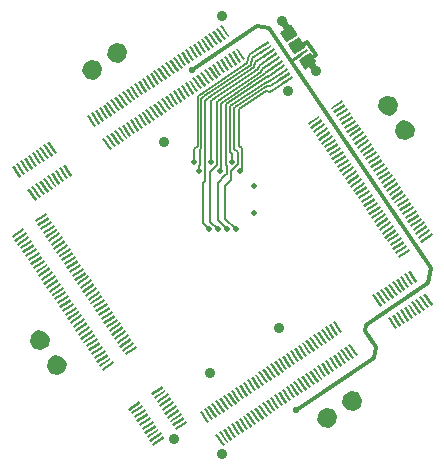
<source format=gbl>
G75*
%MOIN*%
%OFA0B0*%
%FSLAX24Y24*%
%IPPOS*%
%LPD*%
%AMOC8*
5,1,8,0,0,1.08239X$1,22.5*
%
%ADD10R,0.0079X0.0449*%
%ADD11C,0.0126*%
%ADD12C,0.0060*%
%ADD13C,0.0120*%
%ADD14C,0.0354*%
%ADD15C,0.0240*%
%ADD16C,0.0198*%
%ADD17C,0.0200*%
%ADD18C,0.0100*%
%ADD19C,0.0210*%
D10*
G36*
X005092Y004777D02*
X005048Y004842D01*
X005418Y005091D01*
X005462Y005026D01*
X005092Y004777D01*
G37*
G36*
X005004Y004908D02*
X004960Y004973D01*
X005330Y005222D01*
X005374Y005157D01*
X005004Y004908D01*
G37*
G36*
X004916Y005038D02*
X004872Y005103D01*
X005242Y005352D01*
X005286Y005287D01*
X004916Y005038D01*
G37*
G36*
X004828Y005169D02*
X004784Y005234D01*
X005154Y005483D01*
X005198Y005418D01*
X004828Y005169D01*
G37*
G36*
X004740Y005299D02*
X004696Y005364D01*
X005066Y005613D01*
X005110Y005548D01*
X004740Y005299D01*
G37*
G36*
X004652Y005430D02*
X004608Y005495D01*
X004978Y005744D01*
X005022Y005679D01*
X004652Y005430D01*
G37*
G36*
X004563Y005560D02*
X004519Y005625D01*
X004889Y005874D01*
X004933Y005809D01*
X004563Y005560D01*
G37*
G36*
X004475Y005691D02*
X004431Y005756D01*
X004801Y006005D01*
X004845Y005940D01*
X004475Y005691D01*
G37*
G36*
X004387Y005822D02*
X004343Y005887D01*
X004713Y006136D01*
X004757Y006071D01*
X004387Y005822D01*
G37*
G36*
X004299Y005952D02*
X004255Y006017D01*
X004625Y006266D01*
X004669Y006201D01*
X004299Y005952D01*
G37*
G36*
X004211Y006083D02*
X004167Y006148D01*
X004537Y006397D01*
X004581Y006332D01*
X004211Y006083D01*
G37*
G36*
X004123Y006213D02*
X004079Y006278D01*
X004449Y006527D01*
X004493Y006462D01*
X004123Y006213D01*
G37*
G36*
X004035Y006344D02*
X003991Y006409D01*
X004361Y006658D01*
X004405Y006593D01*
X004035Y006344D01*
G37*
G36*
X003947Y006474D02*
X003903Y006539D01*
X004273Y006788D01*
X004317Y006723D01*
X003947Y006474D01*
G37*
G36*
X003859Y006605D02*
X003815Y006670D01*
X004185Y006919D01*
X004229Y006854D01*
X003859Y006605D01*
G37*
G36*
X003771Y006735D02*
X003727Y006800D01*
X004097Y007049D01*
X004141Y006984D01*
X003771Y006735D01*
G37*
G36*
X003683Y006866D02*
X003639Y006931D01*
X004009Y007180D01*
X004053Y007115D01*
X003683Y006866D01*
G37*
G36*
X003595Y006997D02*
X003551Y007062D01*
X003921Y007311D01*
X003965Y007246D01*
X003595Y006997D01*
G37*
G36*
X003507Y007127D02*
X003463Y007192D01*
X003833Y007441D01*
X003877Y007376D01*
X003507Y007127D01*
G37*
G36*
X003419Y007258D02*
X003375Y007323D01*
X003745Y007572D01*
X003789Y007507D01*
X003419Y007258D01*
G37*
G36*
X003331Y007388D02*
X003287Y007453D01*
X003657Y007702D01*
X003701Y007637D01*
X003331Y007388D01*
G37*
G36*
X003243Y007519D02*
X003199Y007584D01*
X003569Y007833D01*
X003613Y007768D01*
X003243Y007519D01*
G37*
G36*
X003154Y007649D02*
X003110Y007714D01*
X003480Y007963D01*
X003524Y007898D01*
X003154Y007649D01*
G37*
G36*
X003066Y007780D02*
X003022Y007845D01*
X003392Y008094D01*
X003436Y008029D01*
X003066Y007780D01*
G37*
G36*
X002978Y007910D02*
X002934Y007975D01*
X003304Y008224D01*
X003348Y008159D01*
X002978Y007910D01*
G37*
G36*
X002890Y008041D02*
X002846Y008106D01*
X003216Y008355D01*
X003260Y008290D01*
X002890Y008041D01*
G37*
G36*
X002802Y008172D02*
X002758Y008237D01*
X003128Y008486D01*
X003172Y008421D01*
X002802Y008172D01*
G37*
G36*
X002714Y008302D02*
X002670Y008367D01*
X003040Y008616D01*
X003084Y008551D01*
X002714Y008302D01*
G37*
G36*
X002626Y008433D02*
X002582Y008498D01*
X002952Y008747D01*
X002996Y008682D01*
X002626Y008433D01*
G37*
G36*
X002538Y008563D02*
X002494Y008628D01*
X002864Y008877D01*
X002908Y008812D01*
X002538Y008563D01*
G37*
G36*
X002450Y008694D02*
X002406Y008759D01*
X002776Y009008D01*
X002820Y008943D01*
X002450Y008694D01*
G37*
G36*
X002362Y008824D02*
X002318Y008889D01*
X002688Y009138D01*
X002732Y009073D01*
X002362Y008824D01*
G37*
G36*
X002274Y008955D02*
X002230Y009020D01*
X002600Y009269D01*
X002644Y009204D01*
X002274Y008955D01*
G37*
G36*
X002186Y009085D02*
X002142Y009150D01*
X002512Y009399D01*
X002556Y009334D01*
X002186Y009085D01*
G37*
G36*
X003276Y009915D02*
X003320Y009850D01*
X002950Y009601D01*
X002906Y009666D01*
X003276Y009915D01*
G37*
G36*
X003364Y009784D02*
X003408Y009719D01*
X003038Y009470D01*
X002994Y009535D01*
X003364Y009784D01*
G37*
G36*
X003452Y009654D02*
X003496Y009589D01*
X003126Y009340D01*
X003082Y009405D01*
X003452Y009654D01*
G37*
G36*
X003540Y009523D02*
X003584Y009458D01*
X003214Y009209D01*
X003170Y009274D01*
X003540Y009523D01*
G37*
G36*
X003628Y009392D02*
X003672Y009327D01*
X003302Y009078D01*
X003258Y009143D01*
X003628Y009392D01*
G37*
G36*
X003716Y009262D02*
X003760Y009197D01*
X003390Y008948D01*
X003346Y009013D01*
X003716Y009262D01*
G37*
G36*
X003804Y009131D02*
X003848Y009066D01*
X003478Y008817D01*
X003434Y008882D01*
X003804Y009131D01*
G37*
G36*
X003892Y009001D02*
X003936Y008936D01*
X003566Y008687D01*
X003522Y008752D01*
X003892Y009001D01*
G37*
G36*
X003980Y008870D02*
X004024Y008805D01*
X003654Y008556D01*
X003610Y008621D01*
X003980Y008870D01*
G37*
G36*
X004068Y008740D02*
X004112Y008675D01*
X003742Y008426D01*
X003698Y008491D01*
X004068Y008740D01*
G37*
G36*
X004156Y008609D02*
X004200Y008544D01*
X003830Y008295D01*
X003786Y008360D01*
X004156Y008609D01*
G37*
G36*
X004244Y008479D02*
X004288Y008414D01*
X003918Y008165D01*
X003874Y008230D01*
X004244Y008479D01*
G37*
G36*
X004332Y008348D02*
X004376Y008283D01*
X004006Y008034D01*
X003962Y008099D01*
X004332Y008348D01*
G37*
G36*
X004420Y008217D02*
X004464Y008152D01*
X004094Y007903D01*
X004050Y007968D01*
X004420Y008217D01*
G37*
G36*
X004508Y008087D02*
X004552Y008022D01*
X004182Y007773D01*
X004138Y007838D01*
X004508Y008087D01*
G37*
G36*
X004596Y007956D02*
X004640Y007891D01*
X004270Y007642D01*
X004226Y007707D01*
X004596Y007956D01*
G37*
G36*
X004685Y007826D02*
X004729Y007761D01*
X004359Y007512D01*
X004315Y007577D01*
X004685Y007826D01*
G37*
G36*
X004773Y007695D02*
X004817Y007630D01*
X004447Y007381D01*
X004403Y007446D01*
X004773Y007695D01*
G37*
G36*
X004861Y007565D02*
X004905Y007500D01*
X004535Y007251D01*
X004491Y007316D01*
X004861Y007565D01*
G37*
G36*
X004949Y007434D02*
X004993Y007369D01*
X004623Y007120D01*
X004579Y007185D01*
X004949Y007434D01*
G37*
G36*
X005037Y007303D02*
X005081Y007238D01*
X004711Y006989D01*
X004667Y007054D01*
X005037Y007303D01*
G37*
G36*
X005125Y007173D02*
X005169Y007108D01*
X004799Y006859D01*
X004755Y006924D01*
X005125Y007173D01*
G37*
G36*
X005213Y007042D02*
X005257Y006977D01*
X004887Y006728D01*
X004843Y006793D01*
X005213Y007042D01*
G37*
G36*
X005301Y006912D02*
X005345Y006847D01*
X004975Y006598D01*
X004931Y006663D01*
X005301Y006912D01*
G37*
G36*
X005389Y006781D02*
X005433Y006716D01*
X005063Y006467D01*
X005019Y006532D01*
X005389Y006781D01*
G37*
G36*
X005477Y006651D02*
X005521Y006586D01*
X005151Y006337D01*
X005107Y006402D01*
X005477Y006651D01*
G37*
G36*
X005565Y006520D02*
X005609Y006455D01*
X005239Y006206D01*
X005195Y006271D01*
X005565Y006520D01*
G37*
G36*
X005653Y006390D02*
X005697Y006325D01*
X005327Y006076D01*
X005283Y006141D01*
X005653Y006390D01*
G37*
G36*
X005741Y006259D02*
X005785Y006194D01*
X005415Y005945D01*
X005371Y006010D01*
X005741Y006259D01*
G37*
G36*
X005829Y006128D02*
X005873Y006063D01*
X005503Y005814D01*
X005459Y005879D01*
X005829Y006128D01*
G37*
G36*
X005917Y005998D02*
X005961Y005933D01*
X005591Y005684D01*
X005547Y005749D01*
X005917Y005998D01*
G37*
G36*
X006005Y005867D02*
X006049Y005802D01*
X005679Y005553D01*
X005635Y005618D01*
X006005Y005867D01*
G37*
G36*
X006094Y005737D02*
X006138Y005672D01*
X005768Y005423D01*
X005724Y005488D01*
X006094Y005737D01*
G37*
G36*
X006182Y005606D02*
X006226Y005541D01*
X005856Y005292D01*
X005812Y005357D01*
X006182Y005606D01*
G37*
G36*
X006270Y005476D02*
X006314Y005411D01*
X005944Y005162D01*
X005900Y005227D01*
X006270Y005476D01*
G37*
G36*
X005180Y004647D02*
X005136Y004712D01*
X005506Y004961D01*
X005550Y004896D01*
X005180Y004647D01*
G37*
G36*
X006071Y003325D02*
X006027Y003390D01*
X006397Y003639D01*
X006441Y003574D01*
X006071Y003325D01*
G37*
G36*
X006159Y003194D02*
X006115Y003259D01*
X006485Y003508D01*
X006529Y003443D01*
X006159Y003194D01*
G37*
G36*
X006247Y003064D02*
X006203Y003129D01*
X006573Y003378D01*
X006617Y003313D01*
X006247Y003064D01*
G37*
G36*
X006336Y002933D02*
X006292Y002998D01*
X006662Y003247D01*
X006706Y003182D01*
X006336Y002933D01*
G37*
G36*
X006424Y002803D02*
X006380Y002868D01*
X006750Y003117D01*
X006794Y003052D01*
X006424Y002803D01*
G37*
G36*
X006512Y002672D02*
X006468Y002737D01*
X006838Y002986D01*
X006882Y002921D01*
X006512Y002672D01*
G37*
G36*
X006600Y002542D02*
X006556Y002607D01*
X006926Y002856D01*
X006970Y002791D01*
X006600Y002542D01*
G37*
G36*
X006688Y002411D02*
X006644Y002476D01*
X007014Y002725D01*
X007058Y002660D01*
X006688Y002411D01*
G37*
G36*
X006776Y002280D02*
X006732Y002345D01*
X007102Y002594D01*
X007146Y002529D01*
X006776Y002280D01*
G37*
G36*
X006864Y002150D02*
X006820Y002215D01*
X007190Y002464D01*
X007234Y002399D01*
X006864Y002150D01*
G37*
G36*
X007954Y002979D02*
X007998Y002914D01*
X007628Y002665D01*
X007584Y002730D01*
X007954Y002979D01*
G37*
G36*
X007866Y003110D02*
X007910Y003045D01*
X007540Y002796D01*
X007496Y002861D01*
X007866Y003110D01*
G37*
G36*
X007778Y003240D02*
X007822Y003175D01*
X007452Y002926D01*
X007408Y002991D01*
X007778Y003240D01*
G37*
G36*
X007689Y003371D02*
X007733Y003306D01*
X007363Y003057D01*
X007319Y003122D01*
X007689Y003371D01*
G37*
G36*
X007601Y003501D02*
X007645Y003436D01*
X007275Y003187D01*
X007231Y003252D01*
X007601Y003501D01*
G37*
G36*
X007513Y003632D02*
X007557Y003567D01*
X007187Y003318D01*
X007143Y003383D01*
X007513Y003632D01*
G37*
G36*
X007425Y003762D02*
X007469Y003697D01*
X007099Y003448D01*
X007055Y003513D01*
X007425Y003762D01*
G37*
G36*
X007337Y003893D02*
X007381Y003828D01*
X007011Y003579D01*
X006967Y003644D01*
X007337Y003893D01*
G37*
G36*
X007249Y004024D02*
X007293Y003959D01*
X006923Y003710D01*
X006879Y003775D01*
X007249Y004024D01*
G37*
G36*
X007161Y004154D02*
X007205Y004089D01*
X006835Y003840D01*
X006791Y003905D01*
X007161Y004154D01*
G37*
G36*
X008405Y003276D02*
X008470Y003320D01*
X008719Y002950D01*
X008654Y002906D01*
X008405Y003276D01*
G37*
G36*
X008536Y003364D02*
X008601Y003408D01*
X008850Y003038D01*
X008785Y002994D01*
X008536Y003364D01*
G37*
G36*
X008666Y003452D02*
X008731Y003496D01*
X008980Y003126D01*
X008915Y003082D01*
X008666Y003452D01*
G37*
G36*
X008797Y003540D02*
X008862Y003584D01*
X009111Y003214D01*
X009046Y003170D01*
X008797Y003540D01*
G37*
G36*
X008928Y003628D02*
X008993Y003672D01*
X009242Y003302D01*
X009177Y003258D01*
X008928Y003628D01*
G37*
G36*
X009058Y003716D02*
X009123Y003760D01*
X009372Y003390D01*
X009307Y003346D01*
X009058Y003716D01*
G37*
G36*
X009189Y003804D02*
X009254Y003848D01*
X009503Y003478D01*
X009438Y003434D01*
X009189Y003804D01*
G37*
G36*
X009319Y003892D02*
X009384Y003936D01*
X009633Y003566D01*
X009568Y003522D01*
X009319Y003892D01*
G37*
G36*
X009450Y003980D02*
X009515Y004024D01*
X009764Y003654D01*
X009699Y003610D01*
X009450Y003980D01*
G37*
G36*
X009580Y004068D02*
X009645Y004112D01*
X009894Y003742D01*
X009829Y003698D01*
X009580Y004068D01*
G37*
G36*
X009711Y004156D02*
X009776Y004200D01*
X010025Y003830D01*
X009960Y003786D01*
X009711Y004156D01*
G37*
G36*
X009841Y004244D02*
X009906Y004288D01*
X010155Y003918D01*
X010090Y003874D01*
X009841Y004244D01*
G37*
G36*
X009972Y004332D02*
X010037Y004376D01*
X010286Y004006D01*
X010221Y003962D01*
X009972Y004332D01*
G37*
G36*
X010103Y004420D02*
X010168Y004464D01*
X010417Y004094D01*
X010352Y004050D01*
X010103Y004420D01*
G37*
G36*
X010233Y004508D02*
X010298Y004552D01*
X010547Y004182D01*
X010482Y004138D01*
X010233Y004508D01*
G37*
G36*
X010364Y004596D02*
X010429Y004640D01*
X010678Y004270D01*
X010613Y004226D01*
X010364Y004596D01*
G37*
G36*
X010494Y004685D02*
X010559Y004729D01*
X010808Y004359D01*
X010743Y004315D01*
X010494Y004685D01*
G37*
G36*
X010625Y004773D02*
X010690Y004817D01*
X010939Y004447D01*
X010874Y004403D01*
X010625Y004773D01*
G37*
G36*
X010755Y004861D02*
X010820Y004905D01*
X011069Y004535D01*
X011004Y004491D01*
X010755Y004861D01*
G37*
G36*
X010886Y004949D02*
X010951Y004993D01*
X011200Y004623D01*
X011135Y004579D01*
X010886Y004949D01*
G37*
G36*
X011016Y005037D02*
X011081Y005081D01*
X011330Y004711D01*
X011265Y004667D01*
X011016Y005037D01*
G37*
G36*
X011147Y005125D02*
X011212Y005169D01*
X011461Y004799D01*
X011396Y004755D01*
X011147Y005125D01*
G37*
G36*
X011278Y005213D02*
X011343Y005257D01*
X011592Y004887D01*
X011527Y004843D01*
X011278Y005213D01*
G37*
G36*
X011408Y005301D02*
X011473Y005345D01*
X011722Y004975D01*
X011657Y004931D01*
X011408Y005301D01*
G37*
G36*
X011539Y005389D02*
X011604Y005433D01*
X011853Y005063D01*
X011788Y005019D01*
X011539Y005389D01*
G37*
G36*
X011669Y005477D02*
X011734Y005521D01*
X011983Y005151D01*
X011918Y005107D01*
X011669Y005477D01*
G37*
G36*
X011800Y005565D02*
X011865Y005609D01*
X012114Y005239D01*
X012049Y005195D01*
X011800Y005565D01*
G37*
G36*
X011930Y005653D02*
X011995Y005697D01*
X012244Y005327D01*
X012179Y005283D01*
X011930Y005653D01*
G37*
G36*
X012061Y005741D02*
X012126Y005785D01*
X012375Y005415D01*
X012310Y005371D01*
X012061Y005741D01*
G37*
G36*
X012191Y005829D02*
X012256Y005873D01*
X012505Y005503D01*
X012440Y005459D01*
X012191Y005829D01*
G37*
G36*
X012322Y005917D02*
X012387Y005961D01*
X012636Y005591D01*
X012571Y005547D01*
X012322Y005917D01*
G37*
G36*
X012453Y006005D02*
X012518Y006049D01*
X012767Y005679D01*
X012702Y005635D01*
X012453Y006005D01*
G37*
G36*
X012583Y006094D02*
X012648Y006138D01*
X012897Y005768D01*
X012832Y005724D01*
X012583Y006094D01*
G37*
G36*
X012714Y006182D02*
X012779Y006226D01*
X013028Y005856D01*
X012963Y005812D01*
X012714Y006182D01*
G37*
G36*
X012844Y006270D02*
X012909Y006314D01*
X013158Y005944D01*
X013093Y005900D01*
X012844Y006270D01*
G37*
G36*
X013673Y005180D02*
X013608Y005136D01*
X013359Y005506D01*
X013424Y005550D01*
X013673Y005180D01*
G37*
G36*
X013543Y005092D02*
X013478Y005048D01*
X013229Y005418D01*
X013294Y005462D01*
X013543Y005092D01*
G37*
G36*
X013412Y005004D02*
X013347Y004960D01*
X013098Y005330D01*
X013163Y005374D01*
X013412Y005004D01*
G37*
G36*
X013282Y004916D02*
X013217Y004872D01*
X012968Y005242D01*
X013033Y005286D01*
X013282Y004916D01*
G37*
G36*
X013151Y004828D02*
X013086Y004784D01*
X012837Y005154D01*
X012902Y005198D01*
X013151Y004828D01*
G37*
G36*
X013021Y004740D02*
X012956Y004696D01*
X012707Y005066D01*
X012772Y005110D01*
X013021Y004740D01*
G37*
G36*
X012890Y004652D02*
X012825Y004608D01*
X012576Y004978D01*
X012641Y005022D01*
X012890Y004652D01*
G37*
G36*
X012760Y004563D02*
X012695Y004519D01*
X012446Y004889D01*
X012511Y004933D01*
X012760Y004563D01*
G37*
G36*
X012629Y004475D02*
X012564Y004431D01*
X012315Y004801D01*
X012380Y004845D01*
X012629Y004475D01*
G37*
G36*
X012498Y004387D02*
X012433Y004343D01*
X012184Y004713D01*
X012249Y004757D01*
X012498Y004387D01*
G37*
G36*
X012368Y004299D02*
X012303Y004255D01*
X012054Y004625D01*
X012119Y004669D01*
X012368Y004299D01*
G37*
G36*
X012237Y004211D02*
X012172Y004167D01*
X011923Y004537D01*
X011988Y004581D01*
X012237Y004211D01*
G37*
G36*
X012107Y004123D02*
X012042Y004079D01*
X011793Y004449D01*
X011858Y004493D01*
X012107Y004123D01*
G37*
G36*
X011976Y004035D02*
X011911Y003991D01*
X011662Y004361D01*
X011727Y004405D01*
X011976Y004035D01*
G37*
G36*
X011846Y003947D02*
X011781Y003903D01*
X011532Y004273D01*
X011597Y004317D01*
X011846Y003947D01*
G37*
G36*
X011715Y003859D02*
X011650Y003815D01*
X011401Y004185D01*
X011466Y004229D01*
X011715Y003859D01*
G37*
G36*
X011585Y003771D02*
X011520Y003727D01*
X011271Y004097D01*
X011336Y004141D01*
X011585Y003771D01*
G37*
G36*
X011454Y003683D02*
X011389Y003639D01*
X011140Y004009D01*
X011205Y004053D01*
X011454Y003683D01*
G37*
G36*
X011323Y003595D02*
X011258Y003551D01*
X011009Y003921D01*
X011074Y003965D01*
X011323Y003595D01*
G37*
G36*
X011193Y003507D02*
X011128Y003463D01*
X010879Y003833D01*
X010944Y003877D01*
X011193Y003507D01*
G37*
G36*
X011062Y003419D02*
X010997Y003375D01*
X010748Y003745D01*
X010813Y003789D01*
X011062Y003419D01*
G37*
G36*
X010932Y003331D02*
X010867Y003287D01*
X010618Y003657D01*
X010683Y003701D01*
X010932Y003331D01*
G37*
G36*
X010801Y003243D02*
X010736Y003199D01*
X010487Y003569D01*
X010552Y003613D01*
X010801Y003243D01*
G37*
G36*
X010671Y003154D02*
X010606Y003110D01*
X010357Y003480D01*
X010422Y003524D01*
X010671Y003154D01*
G37*
G36*
X010540Y003066D02*
X010475Y003022D01*
X010226Y003392D01*
X010291Y003436D01*
X010540Y003066D01*
G37*
G36*
X010410Y002978D02*
X010345Y002934D01*
X010096Y003304D01*
X010161Y003348D01*
X010410Y002978D01*
G37*
G36*
X010279Y002890D02*
X010214Y002846D01*
X009965Y003216D01*
X010030Y003260D01*
X010279Y002890D01*
G37*
G36*
X010148Y002802D02*
X010083Y002758D01*
X009834Y003128D01*
X009899Y003172D01*
X010148Y002802D01*
G37*
G36*
X010018Y002714D02*
X009953Y002670D01*
X009704Y003040D01*
X009769Y003084D01*
X010018Y002714D01*
G37*
G36*
X009887Y002626D02*
X009822Y002582D01*
X009573Y002952D01*
X009638Y002996D01*
X009887Y002626D01*
G37*
G36*
X009757Y002538D02*
X009692Y002494D01*
X009443Y002864D01*
X009508Y002908D01*
X009757Y002538D01*
G37*
G36*
X009626Y002450D02*
X009561Y002406D01*
X009312Y002776D01*
X009377Y002820D01*
X009626Y002450D01*
G37*
G36*
X009496Y002362D02*
X009431Y002318D01*
X009182Y002688D01*
X009247Y002732D01*
X009496Y002362D01*
G37*
G36*
X009365Y002274D02*
X009300Y002230D01*
X009051Y002600D01*
X009116Y002644D01*
X009365Y002274D01*
G37*
G36*
X009235Y002186D02*
X009170Y002142D01*
X008921Y002512D01*
X008986Y002556D01*
X009235Y002186D01*
G37*
G36*
X014166Y007161D02*
X014231Y007205D01*
X014480Y006835D01*
X014415Y006791D01*
X014166Y007161D01*
G37*
G36*
X014296Y007249D02*
X014361Y007293D01*
X014610Y006923D01*
X014545Y006879D01*
X014296Y007249D01*
G37*
G36*
X014427Y007337D02*
X014492Y007381D01*
X014741Y007011D01*
X014676Y006967D01*
X014427Y007337D01*
G37*
G36*
X014558Y007425D02*
X014623Y007469D01*
X014872Y007099D01*
X014807Y007055D01*
X014558Y007425D01*
G37*
G36*
X014688Y007513D02*
X014753Y007557D01*
X015002Y007187D01*
X014937Y007143D01*
X014688Y007513D01*
G37*
G36*
X014819Y007601D02*
X014884Y007645D01*
X015133Y007275D01*
X015068Y007231D01*
X014819Y007601D01*
G37*
G36*
X014949Y007689D02*
X015014Y007733D01*
X015263Y007363D01*
X015198Y007319D01*
X014949Y007689D01*
G37*
G36*
X015080Y007778D02*
X015145Y007822D01*
X015394Y007452D01*
X015329Y007408D01*
X015080Y007778D01*
G37*
G36*
X015210Y007866D02*
X015275Y007910D01*
X015524Y007540D01*
X015459Y007496D01*
X015210Y007866D01*
G37*
G36*
X015341Y007954D02*
X015406Y007998D01*
X015655Y007628D01*
X015590Y007584D01*
X015341Y007954D01*
G37*
G36*
X015044Y008405D02*
X015000Y008470D01*
X015370Y008719D01*
X015414Y008654D01*
X015044Y008405D01*
G37*
G36*
X014956Y008536D02*
X014912Y008601D01*
X015282Y008850D01*
X015326Y008785D01*
X014956Y008536D01*
G37*
G36*
X014868Y008666D02*
X014824Y008731D01*
X015194Y008980D01*
X015238Y008915D01*
X014868Y008666D01*
G37*
G36*
X014780Y008797D02*
X014736Y008862D01*
X015106Y009111D01*
X015150Y009046D01*
X014780Y008797D01*
G37*
G36*
X014692Y008928D02*
X014648Y008993D01*
X015018Y009242D01*
X015062Y009177D01*
X014692Y008928D01*
G37*
G36*
X014604Y009058D02*
X014560Y009123D01*
X014930Y009372D01*
X014974Y009307D01*
X014604Y009058D01*
G37*
G36*
X014516Y009189D02*
X014472Y009254D01*
X014842Y009503D01*
X014886Y009438D01*
X014516Y009189D01*
G37*
G36*
X014428Y009319D02*
X014384Y009384D01*
X014754Y009633D01*
X014798Y009568D01*
X014428Y009319D01*
G37*
G36*
X014340Y009450D02*
X014296Y009515D01*
X014666Y009764D01*
X014710Y009699D01*
X014340Y009450D01*
G37*
G36*
X014252Y009580D02*
X014208Y009645D01*
X014578Y009894D01*
X014622Y009829D01*
X014252Y009580D01*
G37*
G36*
X014164Y009711D02*
X014120Y009776D01*
X014490Y010025D01*
X014534Y009960D01*
X014164Y009711D01*
G37*
G36*
X014076Y009841D02*
X014032Y009906D01*
X014402Y010155D01*
X014446Y010090D01*
X014076Y009841D01*
G37*
G36*
X013988Y009972D02*
X013944Y010037D01*
X014314Y010286D01*
X014358Y010221D01*
X013988Y009972D01*
G37*
G36*
X013900Y010103D02*
X013856Y010168D01*
X014226Y010417D01*
X014270Y010352D01*
X013900Y010103D01*
G37*
G36*
X013812Y010233D02*
X013768Y010298D01*
X014138Y010547D01*
X014182Y010482D01*
X013812Y010233D01*
G37*
G36*
X013724Y010364D02*
X013680Y010429D01*
X014050Y010678D01*
X014094Y010613D01*
X013724Y010364D01*
G37*
G36*
X013635Y010494D02*
X013591Y010559D01*
X013961Y010808D01*
X014005Y010743D01*
X013635Y010494D01*
G37*
G36*
X013547Y010625D02*
X013503Y010690D01*
X013873Y010939D01*
X013917Y010874D01*
X013547Y010625D01*
G37*
G36*
X013459Y010755D02*
X013415Y010820D01*
X013785Y011069D01*
X013829Y011004D01*
X013459Y010755D01*
G37*
G36*
X013371Y010886D02*
X013327Y010951D01*
X013697Y011200D01*
X013741Y011135D01*
X013371Y010886D01*
G37*
G36*
X013283Y011016D02*
X013239Y011081D01*
X013609Y011330D01*
X013653Y011265D01*
X013283Y011016D01*
G37*
G36*
X013195Y011147D02*
X013151Y011212D01*
X013521Y011461D01*
X013565Y011396D01*
X013195Y011147D01*
G37*
G36*
X013107Y011278D02*
X013063Y011343D01*
X013433Y011592D01*
X013477Y011527D01*
X013107Y011278D01*
G37*
G36*
X013019Y011408D02*
X012975Y011473D01*
X013345Y011722D01*
X013389Y011657D01*
X013019Y011408D01*
G37*
G36*
X012931Y011539D02*
X012887Y011604D01*
X013257Y011853D01*
X013301Y011788D01*
X012931Y011539D01*
G37*
G36*
X012843Y011669D02*
X012799Y011734D01*
X013169Y011983D01*
X013213Y011918D01*
X012843Y011669D01*
G37*
G36*
X012755Y011800D02*
X012711Y011865D01*
X013081Y012114D01*
X013125Y012049D01*
X012755Y011800D01*
G37*
G36*
X012667Y011930D02*
X012623Y011995D01*
X012993Y012244D01*
X013037Y012179D01*
X012667Y011930D01*
G37*
G36*
X012579Y012061D02*
X012535Y012126D01*
X012905Y012375D01*
X012949Y012310D01*
X012579Y012061D01*
G37*
G36*
X012491Y012191D02*
X012447Y012256D01*
X012817Y012505D01*
X012861Y012440D01*
X012491Y012191D01*
G37*
G36*
X012403Y012322D02*
X012359Y012387D01*
X012729Y012636D01*
X012773Y012571D01*
X012403Y012322D01*
G37*
G36*
X012315Y012453D02*
X012271Y012518D01*
X012641Y012767D01*
X012685Y012702D01*
X012315Y012453D01*
G37*
G36*
X012226Y012583D02*
X012182Y012648D01*
X012552Y012897D01*
X012596Y012832D01*
X012226Y012583D01*
G37*
G36*
X012138Y012714D02*
X012094Y012779D01*
X012464Y013028D01*
X012508Y012963D01*
X012138Y012714D01*
G37*
G36*
X012050Y012844D02*
X012006Y012909D01*
X012376Y013158D01*
X012420Y013093D01*
X012050Y012844D01*
G37*
G36*
X013140Y013673D02*
X013184Y013608D01*
X012814Y013359D01*
X012770Y013424D01*
X013140Y013673D01*
G37*
G36*
X013228Y013543D02*
X013272Y013478D01*
X012902Y013229D01*
X012858Y013294D01*
X013228Y013543D01*
G37*
G36*
X013316Y013412D02*
X013360Y013347D01*
X012990Y013098D01*
X012946Y013163D01*
X013316Y013412D01*
G37*
G36*
X013404Y013282D02*
X013448Y013217D01*
X013078Y012968D01*
X013034Y013033D01*
X013404Y013282D01*
G37*
G36*
X013492Y013151D02*
X013536Y013086D01*
X013166Y012837D01*
X013122Y012902D01*
X013492Y013151D01*
G37*
G36*
X013580Y013021D02*
X013624Y012956D01*
X013254Y012707D01*
X013210Y012772D01*
X013580Y013021D01*
G37*
G36*
X013668Y012890D02*
X013712Y012825D01*
X013342Y012576D01*
X013298Y012641D01*
X013668Y012890D01*
G37*
G36*
X013757Y012760D02*
X013801Y012695D01*
X013431Y012446D01*
X013387Y012511D01*
X013757Y012760D01*
G37*
G36*
X013845Y012629D02*
X013889Y012564D01*
X013519Y012315D01*
X013475Y012380D01*
X013845Y012629D01*
G37*
G36*
X013933Y012498D02*
X013977Y012433D01*
X013607Y012184D01*
X013563Y012249D01*
X013933Y012498D01*
G37*
G36*
X014021Y012368D02*
X014065Y012303D01*
X013695Y012054D01*
X013651Y012119D01*
X014021Y012368D01*
G37*
G36*
X014109Y012237D02*
X014153Y012172D01*
X013783Y011923D01*
X013739Y011988D01*
X014109Y012237D01*
G37*
G36*
X014197Y012107D02*
X014241Y012042D01*
X013871Y011793D01*
X013827Y011858D01*
X014197Y012107D01*
G37*
G36*
X014285Y011976D02*
X014329Y011911D01*
X013959Y011662D01*
X013915Y011727D01*
X014285Y011976D01*
G37*
G36*
X014373Y011846D02*
X014417Y011781D01*
X014047Y011532D01*
X014003Y011597D01*
X014373Y011846D01*
G37*
G36*
X014461Y011715D02*
X014505Y011650D01*
X014135Y011401D01*
X014091Y011466D01*
X014461Y011715D01*
G37*
G36*
X014549Y011585D02*
X014593Y011520D01*
X014223Y011271D01*
X014179Y011336D01*
X014549Y011585D01*
G37*
G36*
X014637Y011454D02*
X014681Y011389D01*
X014311Y011140D01*
X014267Y011205D01*
X014637Y011454D01*
G37*
G36*
X014725Y011323D02*
X014769Y011258D01*
X014399Y011009D01*
X014355Y011074D01*
X014725Y011323D01*
G37*
G36*
X014813Y011193D02*
X014857Y011128D01*
X014487Y010879D01*
X014443Y010944D01*
X014813Y011193D01*
G37*
G36*
X014901Y011062D02*
X014945Y010997D01*
X014575Y010748D01*
X014531Y010813D01*
X014901Y011062D01*
G37*
G36*
X014989Y010932D02*
X015033Y010867D01*
X014663Y010618D01*
X014619Y010683D01*
X014989Y010932D01*
G37*
G36*
X015077Y010801D02*
X015121Y010736D01*
X014751Y010487D01*
X014707Y010552D01*
X015077Y010801D01*
G37*
G36*
X015166Y010671D02*
X015210Y010606D01*
X014840Y010357D01*
X014796Y010422D01*
X015166Y010671D01*
G37*
G36*
X015254Y010540D02*
X015298Y010475D01*
X014928Y010226D01*
X014884Y010291D01*
X015254Y010540D01*
G37*
G36*
X015342Y010410D02*
X015386Y010345D01*
X015016Y010096D01*
X014972Y010161D01*
X015342Y010410D01*
G37*
G36*
X015430Y010279D02*
X015474Y010214D01*
X015104Y009965D01*
X015060Y010030D01*
X015430Y010279D01*
G37*
G36*
X015518Y010148D02*
X015562Y010083D01*
X015192Y009834D01*
X015148Y009899D01*
X015518Y010148D01*
G37*
G36*
X015606Y010018D02*
X015650Y009953D01*
X015280Y009704D01*
X015236Y009769D01*
X015606Y010018D01*
G37*
G36*
X015694Y009887D02*
X015738Y009822D01*
X015368Y009573D01*
X015324Y009638D01*
X015694Y009887D01*
G37*
G36*
X015782Y009757D02*
X015826Y009692D01*
X015456Y009443D01*
X015412Y009508D01*
X015782Y009757D01*
G37*
G36*
X015870Y009626D02*
X015914Y009561D01*
X015544Y009312D01*
X015500Y009377D01*
X015870Y009626D01*
G37*
G36*
X015958Y009496D02*
X016002Y009431D01*
X015632Y009182D01*
X015588Y009247D01*
X015958Y009496D01*
G37*
G36*
X016046Y009365D02*
X016090Y009300D01*
X015720Y009051D01*
X015676Y009116D01*
X016046Y009365D01*
G37*
G36*
X016134Y009235D02*
X016178Y009170D01*
X015808Y008921D01*
X015764Y008986D01*
X016134Y009235D01*
G37*
G36*
X016170Y006864D02*
X016105Y006820D01*
X015856Y007190D01*
X015921Y007234D01*
X016170Y006864D01*
G37*
G36*
X016040Y006776D02*
X015975Y006732D01*
X015726Y007102D01*
X015791Y007146D01*
X016040Y006776D01*
G37*
G36*
X015909Y006688D02*
X015844Y006644D01*
X015595Y007014D01*
X015660Y007058D01*
X015909Y006688D01*
G37*
G36*
X015778Y006600D02*
X015713Y006556D01*
X015464Y006926D01*
X015529Y006970D01*
X015778Y006600D01*
G37*
G36*
X015648Y006512D02*
X015583Y006468D01*
X015334Y006838D01*
X015399Y006882D01*
X015648Y006512D01*
G37*
G36*
X015517Y006424D02*
X015452Y006380D01*
X015203Y006750D01*
X015268Y006794D01*
X015517Y006424D01*
G37*
G36*
X015387Y006336D02*
X015322Y006292D01*
X015073Y006662D01*
X015138Y006706D01*
X015387Y006336D01*
G37*
G36*
X015256Y006247D02*
X015191Y006203D01*
X014942Y006573D01*
X015007Y006617D01*
X015256Y006247D01*
G37*
G36*
X015126Y006159D02*
X015061Y006115D01*
X014812Y006485D01*
X014877Y006529D01*
X015126Y006159D01*
G37*
G36*
X014995Y006071D02*
X014930Y006027D01*
X014681Y006397D01*
X014746Y006441D01*
X014995Y006071D01*
G37*
G36*
X007695Y013547D02*
X007630Y013503D01*
X007381Y013873D01*
X007446Y013917D01*
X007695Y013547D01*
G37*
G36*
X007826Y013635D02*
X007761Y013591D01*
X007512Y013961D01*
X007577Y014005D01*
X007826Y013635D01*
G37*
G36*
X007956Y013723D02*
X007891Y013679D01*
X007642Y014049D01*
X007707Y014093D01*
X007956Y013723D01*
G37*
G36*
X008087Y013812D02*
X008022Y013768D01*
X007773Y014138D01*
X007838Y014182D01*
X008087Y013812D01*
G37*
G36*
X008217Y013900D02*
X008152Y013856D01*
X007903Y014226D01*
X007968Y014270D01*
X008217Y013900D01*
G37*
G36*
X008348Y013988D02*
X008283Y013944D01*
X008034Y014314D01*
X008099Y014358D01*
X008348Y013988D01*
G37*
G36*
X008479Y014076D02*
X008414Y014032D01*
X008165Y014402D01*
X008230Y014446D01*
X008479Y014076D01*
G37*
G36*
X008609Y014164D02*
X008544Y014120D01*
X008295Y014490D01*
X008360Y014534D01*
X008609Y014164D01*
G37*
G36*
X008740Y014252D02*
X008675Y014208D01*
X008426Y014578D01*
X008491Y014622D01*
X008740Y014252D01*
G37*
G36*
X008870Y014340D02*
X008805Y014296D01*
X008556Y014666D01*
X008621Y014710D01*
X008870Y014340D01*
G37*
G36*
X009001Y014428D02*
X008936Y014384D01*
X008687Y014754D01*
X008752Y014798D01*
X009001Y014428D01*
G37*
G36*
X009131Y014516D02*
X009066Y014472D01*
X008817Y014842D01*
X008882Y014886D01*
X009131Y014516D01*
G37*
G36*
X009262Y014604D02*
X009197Y014560D01*
X008948Y014930D01*
X009013Y014974D01*
X009262Y014604D01*
G37*
G36*
X009392Y014692D02*
X009327Y014648D01*
X009078Y015018D01*
X009143Y015062D01*
X009392Y014692D01*
G37*
G36*
X009523Y014780D02*
X009458Y014736D01*
X009209Y015106D01*
X009274Y015150D01*
X009523Y014780D01*
G37*
G36*
X009654Y014868D02*
X009589Y014824D01*
X009340Y015194D01*
X009405Y015238D01*
X009654Y014868D01*
G37*
G36*
X009784Y014956D02*
X009719Y014912D01*
X009470Y015282D01*
X009535Y015326D01*
X009784Y014956D01*
G37*
G36*
X009915Y015044D02*
X009850Y015000D01*
X009601Y015370D01*
X009666Y015414D01*
X009915Y015044D01*
G37*
G36*
X010366Y015341D02*
X010322Y015406D01*
X010692Y015655D01*
X010736Y015590D01*
X010366Y015341D01*
G37*
G36*
X010454Y015210D02*
X010410Y015275D01*
X010780Y015524D01*
X010824Y015459D01*
X010454Y015210D01*
G37*
G36*
X010542Y015080D02*
X010498Y015145D01*
X010868Y015394D01*
X010912Y015329D01*
X010542Y015080D01*
G37*
G36*
X010631Y014949D02*
X010587Y015014D01*
X010957Y015263D01*
X011001Y015198D01*
X010631Y014949D01*
G37*
G36*
X010719Y014819D02*
X010675Y014884D01*
X011045Y015133D01*
X011089Y015068D01*
X010719Y014819D01*
G37*
G36*
X010807Y014688D02*
X010763Y014753D01*
X011133Y015002D01*
X011177Y014937D01*
X010807Y014688D01*
G37*
G36*
X010895Y014558D02*
X010851Y014623D01*
X011221Y014872D01*
X011265Y014807D01*
X010895Y014558D01*
G37*
G36*
X010983Y014427D02*
X010939Y014492D01*
X011309Y014741D01*
X011353Y014676D01*
X010983Y014427D01*
G37*
G36*
X011071Y014296D02*
X011027Y014361D01*
X011397Y014610D01*
X011441Y014545D01*
X011071Y014296D01*
G37*
G36*
X011159Y014166D02*
X011115Y014231D01*
X011485Y014480D01*
X011529Y014415D01*
X011159Y014166D01*
G37*
G36*
X012249Y014995D02*
X012293Y014930D01*
X011923Y014681D01*
X011879Y014746D01*
X012249Y014995D01*
G37*
G36*
X012161Y015126D02*
X012205Y015061D01*
X011835Y014812D01*
X011791Y014877D01*
X012161Y015126D01*
G37*
G36*
X012073Y015256D02*
X012117Y015191D01*
X011747Y014942D01*
X011703Y015007D01*
X012073Y015256D01*
G37*
G36*
X011984Y015387D02*
X012028Y015322D01*
X011658Y015073D01*
X011614Y015138D01*
X011984Y015387D01*
G37*
G36*
X011896Y015517D02*
X011940Y015452D01*
X011570Y015203D01*
X011526Y015268D01*
X011896Y015517D01*
G37*
G36*
X011808Y015648D02*
X011852Y015583D01*
X011482Y015334D01*
X011438Y015399D01*
X011808Y015648D01*
G37*
G36*
X011720Y015778D02*
X011764Y015713D01*
X011394Y015464D01*
X011350Y015529D01*
X011720Y015778D01*
G37*
G36*
X011632Y015909D02*
X011676Y015844D01*
X011306Y015595D01*
X011262Y015660D01*
X011632Y015909D01*
G37*
G36*
X011544Y016040D02*
X011588Y015975D01*
X011218Y015726D01*
X011174Y015791D01*
X011544Y016040D01*
G37*
G36*
X011456Y016170D02*
X011500Y016105D01*
X011130Y015856D01*
X011086Y015921D01*
X011456Y016170D01*
G37*
G36*
X009085Y016134D02*
X009150Y016178D01*
X009399Y015808D01*
X009334Y015764D01*
X009085Y016134D01*
G37*
G36*
X008955Y016046D02*
X009020Y016090D01*
X009269Y015720D01*
X009204Y015676D01*
X008955Y016046D01*
G37*
G36*
X008824Y015958D02*
X008889Y016002D01*
X009138Y015632D01*
X009073Y015588D01*
X008824Y015958D01*
G37*
G36*
X008694Y015870D02*
X008759Y015914D01*
X009008Y015544D01*
X008943Y015500D01*
X008694Y015870D01*
G37*
G36*
X008563Y015782D02*
X008628Y015826D01*
X008877Y015456D01*
X008812Y015412D01*
X008563Y015782D01*
G37*
G36*
X008433Y015694D02*
X008498Y015738D01*
X008747Y015368D01*
X008682Y015324D01*
X008433Y015694D01*
G37*
G36*
X008302Y015606D02*
X008367Y015650D01*
X008616Y015280D01*
X008551Y015236D01*
X008302Y015606D01*
G37*
G36*
X008172Y015518D02*
X008237Y015562D01*
X008486Y015192D01*
X008421Y015148D01*
X008172Y015518D01*
G37*
G36*
X008041Y015430D02*
X008106Y015474D01*
X008355Y015104D01*
X008290Y015060D01*
X008041Y015430D01*
G37*
G36*
X007910Y015342D02*
X007975Y015386D01*
X008224Y015016D01*
X008159Y014972D01*
X007910Y015342D01*
G37*
G36*
X007780Y015254D02*
X007845Y015298D01*
X008094Y014928D01*
X008029Y014884D01*
X007780Y015254D01*
G37*
G36*
X007649Y015166D02*
X007714Y015210D01*
X007963Y014840D01*
X007898Y014796D01*
X007649Y015166D01*
G37*
G36*
X007519Y015077D02*
X007584Y015121D01*
X007833Y014751D01*
X007768Y014707D01*
X007519Y015077D01*
G37*
G36*
X007388Y014989D02*
X007453Y015033D01*
X007702Y014663D01*
X007637Y014619D01*
X007388Y014989D01*
G37*
G36*
X007258Y014901D02*
X007323Y014945D01*
X007572Y014575D01*
X007507Y014531D01*
X007258Y014901D01*
G37*
G36*
X007127Y014813D02*
X007192Y014857D01*
X007441Y014487D01*
X007376Y014443D01*
X007127Y014813D01*
G37*
G36*
X006997Y014725D02*
X007062Y014769D01*
X007311Y014399D01*
X007246Y014355D01*
X006997Y014725D01*
G37*
G36*
X006866Y014637D02*
X006931Y014681D01*
X007180Y014311D01*
X007115Y014267D01*
X006866Y014637D01*
G37*
G36*
X006735Y014549D02*
X006800Y014593D01*
X007049Y014223D01*
X006984Y014179D01*
X006735Y014549D01*
G37*
G36*
X006605Y014461D02*
X006670Y014505D01*
X006919Y014135D01*
X006854Y014091D01*
X006605Y014461D01*
G37*
G36*
X006474Y014373D02*
X006539Y014417D01*
X006788Y014047D01*
X006723Y014003D01*
X006474Y014373D01*
G37*
G36*
X006344Y014285D02*
X006409Y014329D01*
X006658Y013959D01*
X006593Y013915D01*
X006344Y014285D01*
G37*
G36*
X006213Y014197D02*
X006278Y014241D01*
X006527Y013871D01*
X006462Y013827D01*
X006213Y014197D01*
G37*
G36*
X006083Y014109D02*
X006148Y014153D01*
X006397Y013783D01*
X006332Y013739D01*
X006083Y014109D01*
G37*
G36*
X005952Y014021D02*
X006017Y014065D01*
X006266Y013695D01*
X006201Y013651D01*
X005952Y014021D01*
G37*
G36*
X005822Y013933D02*
X005887Y013977D01*
X006136Y013607D01*
X006071Y013563D01*
X005822Y013933D01*
G37*
G36*
X005691Y013845D02*
X005756Y013889D01*
X006005Y013519D01*
X005940Y013475D01*
X005691Y013845D01*
G37*
G36*
X005560Y013757D02*
X005625Y013801D01*
X005874Y013431D01*
X005809Y013387D01*
X005560Y013757D01*
G37*
G36*
X005430Y013668D02*
X005495Y013712D01*
X005744Y013342D01*
X005679Y013298D01*
X005430Y013668D01*
G37*
G36*
X005299Y013580D02*
X005364Y013624D01*
X005613Y013254D01*
X005548Y013210D01*
X005299Y013580D01*
G37*
G36*
X005169Y013492D02*
X005234Y013536D01*
X005483Y013166D01*
X005418Y013122D01*
X005169Y013492D01*
G37*
G36*
X005038Y013404D02*
X005103Y013448D01*
X005352Y013078D01*
X005287Y013034D01*
X005038Y013404D01*
G37*
G36*
X004908Y013316D02*
X004973Y013360D01*
X005222Y012990D01*
X005157Y012946D01*
X004908Y013316D01*
G37*
G36*
X004777Y013228D02*
X004842Y013272D01*
X005091Y012902D01*
X005026Y012858D01*
X004777Y013228D01*
G37*
G36*
X004647Y013140D02*
X004712Y013184D01*
X004961Y012814D01*
X004896Y012770D01*
X004647Y013140D01*
G37*
G36*
X005606Y012138D02*
X005541Y012094D01*
X005292Y012464D01*
X005357Y012508D01*
X005606Y012138D01*
G37*
G36*
X005737Y012226D02*
X005672Y012182D01*
X005423Y012552D01*
X005488Y012596D01*
X005737Y012226D01*
G37*
G36*
X005867Y012315D02*
X005802Y012271D01*
X005553Y012641D01*
X005618Y012685D01*
X005867Y012315D01*
G37*
G36*
X005998Y012403D02*
X005933Y012359D01*
X005684Y012729D01*
X005749Y012773D01*
X005998Y012403D01*
G37*
G36*
X006128Y012491D02*
X006063Y012447D01*
X005814Y012817D01*
X005879Y012861D01*
X006128Y012491D01*
G37*
G36*
X006259Y012579D02*
X006194Y012535D01*
X005945Y012905D01*
X006010Y012949D01*
X006259Y012579D01*
G37*
G36*
X006390Y012667D02*
X006325Y012623D01*
X006076Y012993D01*
X006141Y013037D01*
X006390Y012667D01*
G37*
G36*
X006520Y012755D02*
X006455Y012711D01*
X006206Y013081D01*
X006271Y013125D01*
X006520Y012755D01*
G37*
G36*
X006651Y012843D02*
X006586Y012799D01*
X006337Y013169D01*
X006402Y013213D01*
X006651Y012843D01*
G37*
G36*
X006781Y012931D02*
X006716Y012887D01*
X006467Y013257D01*
X006532Y013301D01*
X006781Y012931D01*
G37*
G36*
X006912Y013019D02*
X006847Y012975D01*
X006598Y013345D01*
X006663Y013389D01*
X006912Y013019D01*
G37*
G36*
X007042Y013107D02*
X006977Y013063D01*
X006728Y013433D01*
X006793Y013477D01*
X007042Y013107D01*
G37*
G36*
X007173Y013195D02*
X007108Y013151D01*
X006859Y013521D01*
X006924Y013565D01*
X007173Y013195D01*
G37*
G36*
X007304Y013283D02*
X007239Y013239D01*
X006990Y013609D01*
X007055Y013653D01*
X007304Y013283D01*
G37*
G36*
X007434Y013371D02*
X007369Y013327D01*
X007120Y013697D01*
X007185Y013741D01*
X007434Y013371D01*
G37*
G36*
X007565Y013459D02*
X007500Y013415D01*
X007251Y013785D01*
X007316Y013829D01*
X007565Y013459D01*
G37*
G36*
X005476Y012050D02*
X005411Y012006D01*
X005162Y012376D01*
X005227Y012420D01*
X005476Y012050D01*
G37*
G36*
X004154Y011159D02*
X004089Y011115D01*
X003840Y011485D01*
X003905Y011529D01*
X004154Y011159D01*
G37*
G36*
X004024Y011071D02*
X003959Y011027D01*
X003710Y011397D01*
X003775Y011441D01*
X004024Y011071D01*
G37*
G36*
X003893Y010983D02*
X003828Y010939D01*
X003579Y011309D01*
X003644Y011353D01*
X003893Y010983D01*
G37*
G36*
X003762Y010895D02*
X003697Y010851D01*
X003448Y011221D01*
X003513Y011265D01*
X003762Y010895D01*
G37*
G36*
X003632Y010807D02*
X003567Y010763D01*
X003318Y011133D01*
X003383Y011177D01*
X003632Y010807D01*
G37*
G36*
X003501Y010719D02*
X003436Y010675D01*
X003187Y011045D01*
X003252Y011089D01*
X003501Y010719D01*
G37*
G36*
X003371Y010631D02*
X003306Y010587D01*
X003057Y010957D01*
X003122Y011001D01*
X003371Y010631D01*
G37*
G36*
X003240Y010542D02*
X003175Y010498D01*
X002926Y010868D01*
X002991Y010912D01*
X003240Y010542D01*
G37*
G36*
X003110Y010454D02*
X003045Y010410D01*
X002796Y010780D01*
X002861Y010824D01*
X003110Y010454D01*
G37*
G36*
X002979Y010366D02*
X002914Y010322D01*
X002665Y010692D01*
X002730Y010736D01*
X002979Y010366D01*
G37*
G36*
X002150Y011456D02*
X002215Y011500D01*
X002464Y011130D01*
X002399Y011086D01*
X002150Y011456D01*
G37*
G36*
X002280Y011544D02*
X002345Y011588D01*
X002594Y011218D01*
X002529Y011174D01*
X002280Y011544D01*
G37*
G36*
X002411Y011632D02*
X002476Y011676D01*
X002725Y011306D01*
X002660Y011262D01*
X002411Y011632D01*
G37*
G36*
X002542Y011720D02*
X002607Y011764D01*
X002856Y011394D01*
X002791Y011350D01*
X002542Y011720D01*
G37*
G36*
X002672Y011808D02*
X002737Y011852D01*
X002986Y011482D01*
X002921Y011438D01*
X002672Y011808D01*
G37*
G36*
X002803Y011896D02*
X002868Y011940D01*
X003117Y011570D01*
X003052Y011526D01*
X002803Y011896D01*
G37*
G36*
X002933Y011984D02*
X002998Y012028D01*
X003247Y011658D01*
X003182Y011614D01*
X002933Y011984D01*
G37*
G36*
X003064Y012073D02*
X003129Y012117D01*
X003378Y011747D01*
X003313Y011703D01*
X003064Y012073D01*
G37*
G36*
X003194Y012161D02*
X003259Y012205D01*
X003508Y011835D01*
X003443Y011791D01*
X003194Y012161D01*
G37*
G36*
X003325Y012249D02*
X003390Y012293D01*
X003639Y011923D01*
X003574Y011879D01*
X003325Y012249D01*
G37*
D11*
X003645Y005035D02*
X003582Y005098D01*
X003786Y005058D01*
X003903Y004885D01*
X003863Y004681D01*
X003690Y004564D01*
X003486Y004604D01*
X003369Y004777D01*
X003409Y004981D01*
X003582Y005098D01*
X003603Y004997D01*
X003729Y004972D01*
X003802Y004864D01*
X003777Y004738D01*
X003669Y004665D01*
X003543Y004690D01*
X003470Y004798D01*
X003495Y004924D01*
X003603Y004997D01*
X003623Y004897D01*
X003673Y004887D01*
X003702Y004844D01*
X003692Y004794D01*
X003649Y004765D01*
X003599Y004775D01*
X003570Y004818D01*
X003580Y004868D01*
X003623Y004897D01*
X003086Y005864D02*
X003023Y005927D01*
X003227Y005887D01*
X003344Y005714D01*
X003304Y005510D01*
X003131Y005393D01*
X002927Y005433D01*
X002810Y005606D01*
X002850Y005810D01*
X003023Y005927D01*
X003044Y005826D01*
X003170Y005801D01*
X003243Y005693D01*
X003218Y005567D01*
X003110Y005494D01*
X002984Y005519D01*
X002911Y005627D01*
X002936Y005753D01*
X003044Y005826D01*
X003064Y005726D01*
X003114Y005716D01*
X003143Y005673D01*
X003133Y005623D01*
X003090Y005594D01*
X003040Y005604D01*
X003011Y005647D01*
X003021Y005697D01*
X003064Y005726D01*
X004840Y014888D02*
X004777Y014951D01*
X004981Y014911D01*
X005098Y014738D01*
X005058Y014534D01*
X004885Y014417D01*
X004681Y014457D01*
X004564Y014630D01*
X004604Y014834D01*
X004777Y014951D01*
X004798Y014850D01*
X004924Y014825D01*
X004997Y014717D01*
X004972Y014591D01*
X004864Y014518D01*
X004738Y014543D01*
X004665Y014651D01*
X004690Y014777D01*
X004798Y014850D01*
X004818Y014750D01*
X004868Y014740D01*
X004897Y014697D01*
X004887Y014647D01*
X004844Y014618D01*
X004794Y014628D01*
X004765Y014671D01*
X004775Y014721D01*
X004818Y014750D01*
X005669Y015447D02*
X005606Y015510D01*
X005810Y015470D01*
X005927Y015297D01*
X005887Y015093D01*
X005714Y014976D01*
X005510Y015016D01*
X005393Y015189D01*
X005433Y015393D01*
X005606Y015510D01*
X005627Y015409D01*
X005753Y015384D01*
X005826Y015276D01*
X005801Y015150D01*
X005693Y015077D01*
X005567Y015102D01*
X005494Y015210D01*
X005519Y015336D01*
X005627Y015409D01*
X005647Y015309D01*
X005697Y015299D01*
X005726Y015256D01*
X005716Y015206D01*
X005673Y015177D01*
X005623Y015187D01*
X005594Y015230D01*
X005604Y015280D01*
X005647Y015309D01*
X014693Y013693D02*
X014630Y013756D01*
X014834Y013716D01*
X014951Y013543D01*
X014911Y013339D01*
X014738Y013222D01*
X014534Y013262D01*
X014417Y013435D01*
X014457Y013639D01*
X014630Y013756D01*
X014651Y013655D01*
X014777Y013630D01*
X014850Y013522D01*
X014825Y013396D01*
X014717Y013323D01*
X014591Y013348D01*
X014518Y013456D01*
X014543Y013582D01*
X014651Y013655D01*
X014671Y013555D01*
X014721Y013545D01*
X014750Y013502D01*
X014740Y013452D01*
X014697Y013423D01*
X014647Y013433D01*
X014618Y013476D01*
X014628Y013526D01*
X014671Y013555D01*
X015252Y012864D02*
X015189Y012927D01*
X015393Y012887D01*
X015510Y012714D01*
X015470Y012510D01*
X015297Y012393D01*
X015093Y012433D01*
X014976Y012606D01*
X015016Y012810D01*
X015189Y012927D01*
X015210Y012826D01*
X015336Y012801D01*
X015409Y012693D01*
X015384Y012567D01*
X015276Y012494D01*
X015150Y012519D01*
X015077Y012627D01*
X015102Y012753D01*
X015210Y012826D01*
X015230Y012726D01*
X015280Y012716D01*
X015309Y012673D01*
X015299Y012623D01*
X015256Y012594D01*
X015206Y012604D01*
X015177Y012647D01*
X015187Y012697D01*
X015230Y012726D01*
X013498Y003840D02*
X013435Y003903D01*
X013639Y003863D01*
X013756Y003690D01*
X013716Y003486D01*
X013543Y003369D01*
X013339Y003409D01*
X013222Y003582D01*
X013262Y003786D01*
X013435Y003903D01*
X013456Y003802D01*
X013582Y003777D01*
X013655Y003669D01*
X013630Y003543D01*
X013522Y003470D01*
X013396Y003495D01*
X013323Y003603D01*
X013348Y003729D01*
X013456Y003802D01*
X013476Y003702D01*
X013526Y003692D01*
X013555Y003649D01*
X013545Y003599D01*
X013502Y003570D01*
X013452Y003580D01*
X013423Y003623D01*
X013433Y003673D01*
X013476Y003702D01*
X012669Y003281D02*
X012606Y003344D01*
X012810Y003304D01*
X012927Y003131D01*
X012887Y002927D01*
X012714Y002810D01*
X012510Y002850D01*
X012393Y003023D01*
X012433Y003227D01*
X012606Y003344D01*
X012627Y003243D01*
X012753Y003218D01*
X012826Y003110D01*
X012801Y002984D01*
X012693Y002911D01*
X012567Y002936D01*
X012494Y003044D01*
X012519Y003170D01*
X012627Y003243D01*
X012647Y003143D01*
X012697Y003133D01*
X012726Y003090D01*
X012716Y003040D01*
X012673Y003011D01*
X012623Y003021D01*
X012594Y003064D01*
X012604Y003114D01*
X012647Y003143D01*
D12*
X009610Y009360D02*
X009260Y009710D01*
X009260Y010810D01*
X009460Y011010D01*
X009460Y011310D01*
X009685Y011535D01*
X009685Y011935D01*
X009565Y012055D01*
X009565Y013415D01*
X009595Y013434D01*
X010652Y014147D01*
X010750Y014127D01*
X011234Y014453D01*
X011322Y014323D02*
X010762Y013945D01*
X010618Y013973D01*
X009727Y013372D01*
X009723Y013360D01*
X009723Y012147D01*
X009810Y012060D01*
X009810Y011385D01*
X009735Y011310D01*
X009485Y011610D02*
X009485Y011885D01*
X009415Y011955D01*
X009415Y013415D01*
X009421Y013467D01*
X010644Y014292D01*
X010698Y014282D01*
X011146Y014584D01*
X011058Y014715D02*
X010676Y014457D01*
X010667Y014459D01*
X009289Y013529D01*
X009272Y013500D01*
X009272Y011498D01*
X009310Y011460D01*
X009310Y011210D01*
X009260Y011160D01*
X009010Y010910D01*
X009010Y009660D01*
X009310Y009360D01*
X009010Y009360D02*
X008760Y009610D01*
X008760Y011260D01*
X008760Y011278D01*
X008976Y011494D01*
X008976Y013601D01*
X009004Y013638D01*
X010455Y014617D01*
X010471Y014699D01*
X010882Y014976D01*
X010794Y015106D02*
X010368Y014819D01*
X010343Y014693D01*
X008830Y013672D01*
X008785Y013627D01*
X008785Y011610D01*
X008410Y011510D02*
X008410Y012025D01*
X008460Y012075D01*
X008460Y013710D01*
X008485Y013735D01*
X008566Y013796D01*
X010121Y014844D01*
X010163Y015061D01*
X010617Y015367D01*
X010705Y015237D02*
X010266Y014940D01*
X010232Y014768D01*
X008698Y013734D01*
X008585Y013645D01*
X008585Y010985D01*
X008510Y010910D01*
X008510Y009560D01*
X008710Y009360D01*
X009085Y011310D02*
X009104Y011329D01*
X009104Y013560D01*
X009157Y013591D01*
X010566Y014541D01*
X010573Y014578D01*
X010970Y014845D01*
X011568Y015247D02*
X011400Y015496D01*
X011732Y015719D01*
X011899Y015471D01*
X011568Y015247D01*
X011530Y015303D02*
X011650Y015303D01*
X011737Y015361D02*
X011491Y015361D01*
X011451Y015420D02*
X011823Y015420D01*
X011894Y015478D02*
X011412Y015478D01*
X011460Y015537D02*
X011855Y015537D01*
X011816Y015595D02*
X011547Y015595D01*
X011634Y015654D02*
X011776Y015654D01*
X011737Y015712D02*
X011721Y015712D01*
X011620Y015885D02*
X011288Y015662D01*
X011120Y015910D01*
X011452Y016134D01*
X011620Y015885D01*
X011618Y015888D02*
X011136Y015888D01*
X011173Y015946D02*
X011579Y015946D01*
X011539Y016005D02*
X011260Y016005D01*
X011347Y016063D02*
X011500Y016063D01*
X011460Y016122D02*
X011434Y016122D01*
X011536Y015829D02*
X011175Y015829D01*
X011215Y015771D02*
X011450Y015771D01*
X011363Y015712D02*
X011254Y015712D01*
X011840Y015069D02*
X012171Y015069D01*
X012131Y015127D02*
X011926Y015127D01*
X012013Y015186D02*
X012092Y015186D01*
X012067Y015222D02*
X012235Y014973D01*
X011903Y014750D01*
X011736Y014998D01*
X012067Y015222D01*
X012210Y015010D02*
X011753Y015010D01*
X011767Y014952D02*
X012203Y014952D01*
X012116Y014893D02*
X011807Y014893D01*
X011846Y014835D02*
X012029Y014835D01*
X011942Y014776D02*
X011885Y014776D01*
X010529Y015498D02*
X010040Y015168D01*
X009989Y014906D01*
X008414Y013843D01*
X008365Y013806D01*
X008340Y013781D01*
X008340Y012150D01*
X008218Y012027D01*
X008218Y011618D01*
X008389Y011489D02*
X008410Y011510D01*
X008389Y011489D02*
X008389Y011321D01*
D13*
X008145Y014688D02*
X010315Y016151D01*
X010708Y016075D01*
X011448Y014978D01*
X011448Y014978D01*
X016114Y008060D01*
X016019Y007575D01*
X013947Y006177D01*
X013906Y005968D01*
X014270Y005429D01*
X014202Y005082D01*
X011771Y003443D01*
X011632Y003349D01*
X011591Y003321D01*
X011998Y014969D02*
X011986Y014986D01*
X012275Y015182D01*
X011996Y015596D01*
X011706Y015400D01*
X011995Y015597D02*
X011996Y015596D01*
D14*
X011160Y016299D03*
X012278Y014641D03*
X011360Y013960D03*
X009160Y016460D03*
X007210Y012260D03*
X011060Y006060D03*
X008760Y004560D03*
X007560Y002360D03*
X009160Y001860D03*
D15*
X012278Y014641D02*
X012027Y015014D01*
X011412Y015926D02*
X011160Y016299D01*
D16*
X009485Y011610D03*
X009735Y011310D03*
X010210Y010810D03*
X010210Y009910D03*
X009610Y009360D03*
X009310Y009360D03*
X009010Y009360D03*
X009085Y011310D03*
X008785Y011610D03*
X008389Y011321D03*
D17*
X008218Y011618D03*
X008710Y009360D03*
D18*
X011448Y014978D02*
X011821Y015230D01*
D19*
X008145Y014688D03*
X011632Y003349D03*
M02*

</source>
